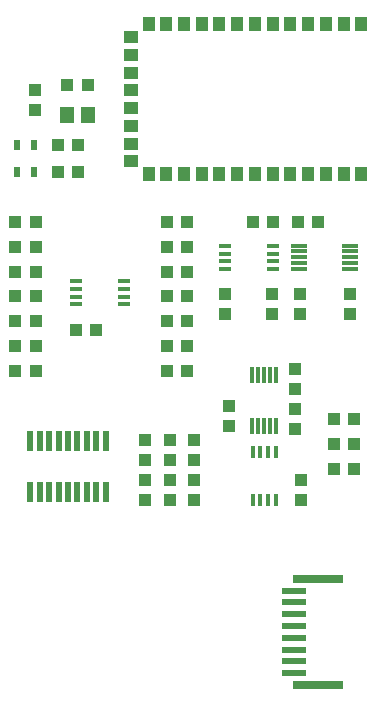
<source format=gbr>
G04 EAGLE Gerber RS-274X export*
G75*
%MOMM*%
%FSLAX34Y34*%
%LPD*%
%INSolderpaste Top*%
%IPPOS*%
%AMOC8*
5,1,8,0,0,1.08239X$1,22.5*%
G01*
G04 Define Apertures*
%ADD10R,1.100000X1.000000*%
%ADD11R,1.000000X1.100000*%
%ADD12R,1.000000X0.450000*%
%ADD13R,0.450000X1.000000*%
%ADD14R,1.422400X0.304800*%
%ADD15R,2.000000X0.600000*%
%ADD16R,4.200000X0.700000*%
%ADD17R,0.304800X1.422400*%
%ADD18R,1.164600X1.465300*%
%ADD19R,0.611800X0.911800*%
%ADD20R,0.550000X1.800000*%
%ADD21R,1.300000X1.000000*%
%ADD22R,1.000000X1.300000*%
D10*
X306500Y441000D03*
X323500Y441000D03*
D11*
X308000Y380500D03*
X308000Y363500D03*
X245000Y363500D03*
X245000Y380500D03*
D10*
X135500Y350000D03*
X118500Y350000D03*
D11*
X176840Y222500D03*
X176840Y205500D03*
X177000Y239500D03*
X177000Y256500D03*
X248000Y268500D03*
X248000Y285500D03*
X304000Y265500D03*
X304000Y282500D03*
X309000Y222500D03*
X309000Y205500D03*
D10*
X354500Y274000D03*
X337500Y274000D03*
X212500Y315000D03*
X195500Y315000D03*
X67500Y315000D03*
X84500Y315000D03*
D12*
X285500Y401250D03*
X285500Y407750D03*
X285500Y414250D03*
X285500Y420750D03*
X244500Y420750D03*
X244500Y414250D03*
X244500Y407750D03*
X244500Y401250D03*
X159500Y371250D03*
X159500Y377750D03*
X159500Y384250D03*
X159500Y390750D03*
X118500Y390750D03*
X118500Y384250D03*
X118500Y377750D03*
X118500Y371250D03*
D13*
X287750Y246500D03*
X281250Y246500D03*
X274750Y246500D03*
X268250Y246500D03*
X268250Y205500D03*
X274750Y205500D03*
X281250Y205500D03*
X287750Y205500D03*
D11*
X212500Y420000D03*
X195500Y420000D03*
X212500Y378000D03*
X195500Y378000D03*
X67500Y420000D03*
X84500Y420000D03*
X67500Y378000D03*
X84500Y378000D03*
X212500Y399000D03*
X195500Y399000D03*
X212500Y357000D03*
X195500Y357000D03*
X67500Y399000D03*
X84500Y399000D03*
X67500Y357000D03*
X84500Y357000D03*
D10*
X285000Y380500D03*
X285000Y363500D03*
D11*
X212500Y336000D03*
X195500Y336000D03*
X67500Y336000D03*
X84500Y336000D03*
D10*
X198000Y222500D03*
X198000Y205500D03*
X219000Y205500D03*
X219000Y222500D03*
X198000Y239500D03*
X198000Y256500D03*
X219000Y256500D03*
X219000Y239500D03*
X304000Y316500D03*
X304000Y299500D03*
D11*
X354500Y232000D03*
X337500Y232000D03*
X285500Y441000D03*
X268500Y441000D03*
X337500Y253000D03*
X354500Y253000D03*
D10*
X351000Y380500D03*
X351000Y363500D03*
D11*
X212500Y441000D03*
X195500Y441000D03*
X67500Y441000D03*
X84500Y441000D03*
D14*
X307156Y420906D03*
X307156Y416080D03*
X307156Y411000D03*
X307156Y405920D03*
X307156Y401094D03*
X350844Y401094D03*
X350844Y405920D03*
X350844Y411000D03*
X350844Y416080D03*
X350844Y420906D03*
D15*
X303000Y59010D03*
X303000Y69010D03*
X303000Y79010D03*
X303000Y89010D03*
X303000Y99010D03*
X303000Y109010D03*
X303000Y119010D03*
X303000Y129010D03*
D16*
X324000Y49010D03*
X324000Y139010D03*
D17*
X268094Y268156D03*
X272920Y268156D03*
X278000Y268156D03*
X283080Y268156D03*
X287906Y268156D03*
X287906Y311844D03*
X283080Y311844D03*
X278000Y311844D03*
X272920Y311844D03*
X268094Y311844D03*
D10*
X111500Y557000D03*
X128500Y557000D03*
D18*
X111246Y532000D03*
X128754Y532000D03*
D19*
X68500Y506000D03*
X83500Y506000D03*
D11*
X120500Y506000D03*
X103500Y506000D03*
D10*
X84000Y552500D03*
X84000Y535500D03*
D20*
X80000Y212500D03*
X80000Y255500D03*
X88000Y212500D03*
X88000Y255500D03*
X96000Y212500D03*
X96000Y255500D03*
X104000Y212500D03*
X104000Y255500D03*
X112000Y212500D03*
X112000Y255500D03*
X120000Y212500D03*
X120000Y255500D03*
X128000Y212500D03*
X128000Y255500D03*
X136000Y212500D03*
X136000Y255500D03*
X144000Y212500D03*
X144000Y255500D03*
D11*
X120500Y483000D03*
X103500Y483000D03*
D19*
X68500Y483000D03*
X83500Y483000D03*
D21*
X165250Y552500D03*
X165250Y597500D03*
X165250Y582500D03*
X165250Y567500D03*
X165250Y537500D03*
X165250Y522500D03*
X165250Y507500D03*
X165250Y492500D03*
D22*
X180250Y481500D03*
X195250Y481500D03*
X210250Y481500D03*
X225250Y481500D03*
X240250Y481500D03*
X255250Y481500D03*
X270250Y481500D03*
X285250Y481500D03*
X300250Y481500D03*
X315250Y481500D03*
X330250Y481500D03*
X345250Y481500D03*
X360250Y481500D03*
X360250Y608500D03*
X345250Y608500D03*
X330250Y608500D03*
X315250Y608500D03*
X300250Y608500D03*
X285250Y608500D03*
X270250Y608500D03*
X255250Y608500D03*
X240250Y608500D03*
X225250Y608500D03*
X210250Y608500D03*
X195250Y608500D03*
X180250Y608500D03*
M02*

</source>
